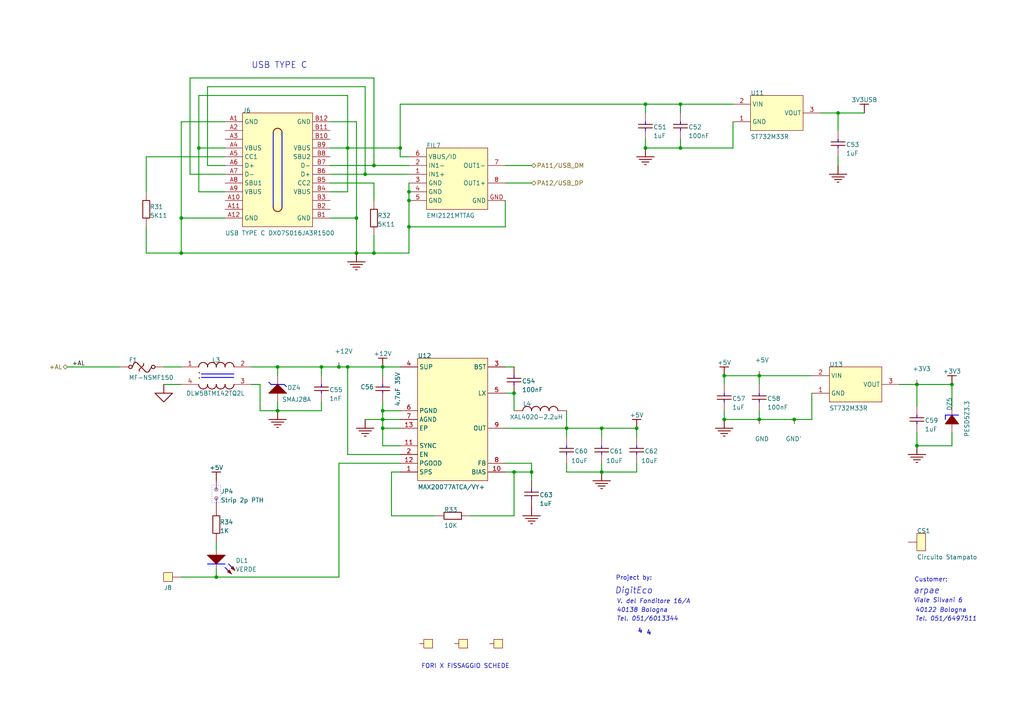
<source format=kicad_sch>
(kicad_sch (version 20230121) (generator eeschema)
  (paper "A4")
  (title_block (title "Stima V4 Master") (rev "1.1"))
  (lib_symbols
    (symbol "Stima V4 Master R1_1-altium-import:+12V" (power)
      (property "Reference" "#PWR" (at 0 0 0))
      (property "Value" "+12V" (at 0 3.81 0))
      (symbol "+12V_0_0"
        (polyline (pts (xy -1.27 -2.54) (xy 1.27 -2.54)) (stroke (width 0.254)))
        (polyline (pts (xy 0 0) (xy 0 -2.54)) (stroke (width 0.254)))
        (pin power_in line (at 0 0 0) (length 0) hide (name "+12V") (number ""))
      )
    )
    (symbol "Stima V4 Master R1_1-altium-import:+3V3" (power)
      (property "Reference" "#PWR" (at 0 0 0))
      (property "Value" "+3V3" (at 0 3.81 0))
      (symbol "+3V3_0_0"
        (polyline (pts (xy -1.27 -2.54) (xy 1.27 -2.54)) (stroke (width 0.254)))
        (polyline (pts (xy 0 0) (xy 0 -2.54)) (stroke (width 0.254)))
        (pin power_in line (at 0 0 0) (length 0) hide (name "+3V3") (number ""))
      )
    )
    (symbol "Stima V4 Master R1_1-altium-import:+5V" (power)
      (property "Reference" "#PWR" (at 0 0 0))
      (property "Value" "+5V" (at 0 3.81 0))
      (symbol "+5V_0_0"
        (polyline (pts (xy -1.27 -2.54) (xy 1.27 -2.54)) (stroke (width 0.254)))
        (polyline (pts (xy 0 0) (xy 0 -2.54)) (stroke (width 0.254)))
        (pin power_in line (at 0 0 0) (length 0) hide (name "+5V") (number ""))
      )
    )
    (symbol "Stima V4 Master R1_1-altium-import:3V3USB" (power)
      (property "Reference" "#PWR" (at 0 0 0))
      (property "Value" "3V3USB" (at 0 3.81 0))
      (symbol "3V3USB_0_0"
        (polyline (pts (xy -1.27 -2.54) (xy 1.27 -2.54)) (stroke (width 0.254)))
        (polyline (pts (xy 0 0) (xy 0 -2.54)) (stroke (width 0.254)))
        (pin power_in line (at 0 0 0) (length 0) hide (name "3V3USB") (number ""))
      )
    )
    (symbol "Stima V4 Master R1_1-altium-import:EGND" (power)
      (property "Reference" "#PWR" (at 0 0 0))
      (property "Value" "EGND" (at 0 6.35 0))
      (symbol "EGND_0_0"
        (polyline (pts (xy 0 0) (xy 0 -2.54)) (stroke (width 0.254)))
        (polyline (pts (xy -2.54 -2.54) (xy 2.54 -2.54) (xy 0 -5.08) (xy -2.54 -2.54)) (stroke (width 0.254)))
        (pin power_in line (at 0 0 0) (length 0) hide (name "EGND") (number ""))
      )
    )
    (symbol "Stima V4 Master R1_1-altium-import:GND" (power)
      (property "Reference" "#PWR" (at 0 0 0))
      (property "Value" "GND" (at 0 6.35 0))
      (symbol "GND_0_0"
        (polyline (pts (xy -2.54 -2.54) (xy 2.54 -2.54)) (stroke (width 0.254)))
        (polyline (pts (xy -1.778 -3.302) (xy 1.778 -3.302)) (stroke (width 0.254)))
        (polyline (pts (xy -1.016 -4.064) (xy 1.016 -4.064)) (stroke (width 0.254)))
        (polyline (pts (xy -0.254 -4.826) (xy 0.254 -4.826)) (stroke (width 0.254)))
        (polyline (pts (xy 0 0) (xy 0 -2.54)) (stroke (width 0.254)))
        (pin power_in line (at 0 0 0) (length 0) hide (name "GND") (number ""))
      )
    )
    (symbol "Stima V4 Master R1_1-altium-import:root_0_C0603"
      (symbol "root_0_C0603_1_0"
        (polyline (pts (xy -2.032 -0.762) (xy 2.032 -0.762)) (stroke (width 0.254)))
        (polyline (pts (xy 0 -2.54) (xy 0 -1.778)) (stroke (width 0.254) (color 0 0 255 1)))
        (polyline (pts (xy 0 0) (xy 0 -0.762)) (stroke (width 0.254) (color 0 0 255 1)))
        (polyline (pts (xy 2.032 -1.778) (xy -2.032 -1.778)) (stroke (width 0.254)))
        (pin passive line (at 0 2.54 270) (length 2.54) (name "1") (number "1"))
        (pin passive line (at 0 -5.08 90) (length 2.54) (name "2") (number "2"))
      )
    )
    (symbol "Stima V4 Master R1_1-altium-import:root_0_C0805"
      (symbol "root_0_C0805_1_0"
        (polyline (pts (xy -2.032 -0.762) (xy 2.032 -0.762)) (stroke (width 0.254)))
        (polyline (pts (xy 0 -2.54) (xy 0 -1.778)) (stroke (width 0.254) (color 0 0 255 1)))
        (polyline (pts (xy 0 0) (xy 0 -0.762)) (stroke (width 0.254) (color 0 0 255 1)))
        (polyline (pts (xy 2.032 -1.778) (xy -2.032 -1.778)) (stroke (width 0.254)))
        (pin passive line (at 0 2.54 270) (length 2.54) (name "1") (number "1"))
        (pin passive line (at 0 -5.08 90) (length 2.54) (name "2") (number "2"))
      )
    )
    (symbol "Stima V4 Master R1_1-altium-import:root_0_C1206"
      (symbol "root_0_C1206_1_0"
        (polyline (pts (xy -2.032 -0.762) (xy 2.032 -0.762)) (stroke (width 0.254)))
        (polyline (pts (xy 0 -2.54) (xy 0 -1.778)) (stroke (width 0.254) (color 0 0 255 1)))
        (polyline (pts (xy 0 0) (xy 0 -0.762)) (stroke (width 0.254) (color 0 0 255 1)))
        (polyline (pts (xy 2.032 -1.778) (xy -2.032 -1.778)) (stroke (width 0.254)))
        (pin passive line (at 0 2.54 270) (length 2.54) (name "1") (number "1"))
        (pin passive line (at 0 -5.08 90) (length 2.54) (name "2") (number "2"))
      )
    )
    (symbol "Stima V4 Master R1_1-altium-import:root_0_Coil  B82442  2220"
      (symbol "root_0_Coil  B82442  2220_1_0"
        (arc (start 1.27 -1.27) (mid 0.372 -1.642) (end 0 -2.54) (stroke (width 0.254)))
        (arc (start 2.54 -2.54) (mid 2.168 -1.642) (end 1.27 -1.27) (stroke (width 0.254)))
        (arc (start 3.81 -1.27) (mid 2.912 -1.642) (end 2.54 -2.54) (stroke (width 0.254)))
        (arc (start 5.08 -2.54) (mid 4.708 -1.642) (end 3.81 -1.27) (stroke (width 0.254)))
        (arc (start 6.35 -1.27) (mid 5.452 -1.642) (end 5.08 -2.54) (stroke (width 0.254)))
        (arc (start 7.62 -2.54) (mid 7.248 -1.642) (end 6.35 -1.27) (stroke (width 0.254)))
        (arc (start 8.89 -1.27) (mid 7.992 -1.642) (end 7.62 -2.54) (stroke (width 0.254)))
        (arc (start 10.16 -2.54) (mid 9.788 -1.642) (end 8.89 -1.27) (stroke (width 0.254)))
        (pin passive line (at -2.54 -2.54 0) (length 2.54) (name "1") (number "1"))
        (pin passive line (at 12.7 -2.54 180) (length 2.54) (name "2") (number "2"))
      )
    )
    (symbol "Stima V4 Master R1_1-altium-import:root_0_Dummy"
      (symbol "root_0_Dummy_1_0"
        (rectangle (start 2.54 0) (end 0 -5.08) (fill (type background)))
        (pin passive line (at -2.54 -2.54 0) (length 2.54) (name "0") (number "1"))
      )
    )
    (symbol "Stima V4 Master R1_1-altium-import:root_0_EMI2121"
      (symbol "root_0_EMI2121_1_0"
        (rectangle (start 17.78 0) (end 0 -17.78) (fill (type background)))
        (pin passive line (at -5.08 -7.62 0) (length 5.08) (name "IN1+") (number "1"))
        (pin passive line (at -5.08 -5.08 0) (length 5.08) (name "IN1-") (number "2"))
        (pin passive line (at -5.08 -10.16 0) (length 5.08) (name "GND") (number "3"))
        (pin passive line (at -5.08 -12.7 0) (length 5.08) (name "GND") (number "4"))
        (pin passive line (at -5.08 -15.24 0) (length 5.08) (name "GND") (number "5"))
        (pin passive line (at -5.08 -2.54 0) (length 5.08) (name "VBUS/ID") (number "6"))
        (pin passive line (at 22.86 -5.08 180) (length 5.08) (name "OUT1-") (number "7"))
        (pin passive line (at 22.86 -10.16 180) (length 5.08) (name "OUT1+") (number "8"))
        (pin passive line (at 22.86 -15.24 180) (length 5.08) (name "GND") (number "GND"))
      )
    )
    (symbol "Stima V4 Master R1_1-altium-import:root_0_FILTRO MURATA DLW5BT"
      (symbol "root_0_FILTRO MURATA DLW5BT_1_0"
        (polyline (pts (xy 5.842 -3.048) (xy 15.24 -3.048)) (stroke (width 0.254) (color 0 0 255 1)))
        (polyline (pts (xy 5.842 -2.032) (xy 15.24 -2.032)) (stroke (width 0.254) (color 0 0 255 1)))
        (arc (start 5.0421 -5.0955) (mid 6.3606 -6.3879) (end 7.658 -5.0743) (stroke (width 0.254)))
        (arc (start 7.5821 -5.0955) (mid 8.9006 -6.3879) (end 10.198 -5.0743) (stroke (width 0.254)))
        (arc (start 7.6579 0.0155) (mid 6.3394 1.3079) (end 5.042 -0.0057) (stroke (width 0.254)))
        (arc (start 10.1221 -5.0955) (mid 11.4406 -6.3879) (end 12.738 -5.0743) (stroke (width 0.254)))
        (arc (start 10.1979 0.0155) (mid 8.8794 1.3079) (end 7.582 -0.0057) (stroke (width 0.254)))
        (arc (start 12.6621 -5.0955) (mid 13.9806 -6.3879) (end 15.278 -5.0743) (stroke (width 0.254)))
        (arc (start 12.7379 0.0155) (mid 11.4194 1.3079) (end 10.122 -0.0057) (stroke (width 0.254)))
        (arc (start 15.2779 0.0155) (mid 13.9594 1.3079) (end 12.662 -0.0057) (stroke (width 0.254)))
        (text "." (at 5.588 -3.81 900) (effects (font (size 2.032 2.032)) (justify left bottom)))
        (text "." (at 5.588 -2.286 900) (effects (font (size 2.032 2.032)) (justify left bottom)))
        (pin passive line (at 0 0 0) (length 5.08) (name "1") (number "1"))
        (pin passive line (at 20.32 0 180) (length 5.08) (name "2") (number "2"))
        (pin passive line (at 20.32 -5.08 180) (length 5.08) (name "3") (number "3"))
        (pin passive line (at 0 -5.08 0) (length 5.08) (name "4") (number "4"))
      )
    )
    (symbol "Stima V4 Master R1_1-altium-import:root_0_Fuse Thermal"
      (symbol "root_0_Fuse Thermal_1_0"
        (polyline (pts (xy 1.016 -2.54) (xy 1.524 -1.524)) (stroke (width 0.254)))
        (polyline (pts (xy 3.048 -3.81) (xy 3.048 -3.302)) (stroke (width 0.254)))
        (polyline (pts (xy 3.048 -3.302) (xy 4.318 -2.032)) (stroke (width 0.254)))
        (polyline (pts (xy 4.318 -2.032) (xy 4.318 -1.524)) (stroke (width 0.254)))
        (polyline (pts (xy 4.826 -3.81) (xy 2.54 -1.524)) (stroke (width 0.254)))
        (polyline (pts (xy 5.842 -3.81) (xy 6.604 -2.54)) (stroke (width 0.254)))
        (circle (center 0.508 -2.54) (radius 0.508) (stroke (width 0.254)))
        (arc (start 2.7549 -1.791) (mid 2.1331 -1.2767) (end 1.398 -1.6093) (stroke (width 0.254)))
        (arc (start 4.7 -3.7247) (mid 5.3814 -4.0625) (end 6.0156 -3.6428) (stroke (width 0.254)))
        (circle (center 7.112 -2.54) (radius 0.508) (stroke (width 0.254)))
        (pin passive line (at -2.54 -2.54 0) (length 2.54) (name "1") (number "1"))
        (pin passive line (at 10.16 -2.54 180) (length 2.54) (name "2") (number "2"))
      )
    )
    (symbol "Stima V4 Master R1_1-altium-import:root_0_JUMP1"
      (symbol "root_0_JUMP1_1_0"
        (polyline (pts (xy 1.27 -3.81) (xy 1.27 -5.08)) (stroke (width 0) (color 0 0 255 1)))
        (polyline (pts (xy 1.27 -1.27) (xy 1.27 0)) (stroke (width 0) (color 0 0 255 1)))
        (polyline (pts (xy 2.54 0) (xy 0 0) (xy 0 -5.08) (xy 2.54 -5.08) (xy 2.54 0)) (stroke (width 0) (type dot) (color 0 0 255 1)))
        (circle (center 1.27 -3.81) (radius 0.508) (stroke (width 0.0001)) (fill (type color) (color 192 192 192 1)))
        (circle (center 1.27 -1.27) (radius 0.508) (stroke (width 0.0001)) (fill (type color) (color 192 192 192 1)))
        (pin passive line (at 1.27 1.27 270) (length 1.27) (name "") (number "1"))
        (pin passive line (at 1.27 -6.35 90) (length 1.27) (name "") (number "2"))
      )
    )
    (symbol "Stima V4 Master R1_1-altium-import:root_0_MAX20077"
      (symbol "root_0_MAX20077_1_0"
        (rectangle (start 20.32 0) (end 0 -35.56) (fill (type background)))
        (pin input line (at -5.08 -33.02 0) (length 5) (name "SPS") (number "1"))
        (pin passive line (at 25.4 -33.02 180) (length 5) (name "BIAS") (number "10"))
        (pin passive line (at -5.08 -25.4 0) (length 5) (name "SYNC") (number "11"))
        (pin output line (at -5.08 -30.48 0) (length 5) (name "PGOOD") (number "12"))
        (pin passive line (at -5.08 -20.32 0) (length 5) (name "EP") (number "13"))
        (pin input line (at -5.08 -27.94 0) (length 5) (name "EN") (number "2"))
        (pin passive line (at 25.4 -2.54 180) (length 5) (name "BST") (number "3"))
        (pin power_in line (at -5.08 -2.54 0) (length 5) (name "SUP") (number "4"))
        (pin passive line (at 25.4 -10.16 180) (length 5) (name "LX") (number "5"))
        (pin power_in line (at -5.08 -15.24 0) (length 5) (name "PGND") (number "6"))
        (pin power_in line (at -5.08 -17.78 0) (length 5) (name "AGND") (number "7"))
        (pin passive line (at 25.4 -30.48 180) (length 5) (name "FB") (number "8"))
        (pin passive line (at 25.4 -20.32 180) (length 5) (name "OUT") (number "9"))
      )
    )
    (symbol "Stima V4 Master R1_1-altium-import:root_0_ST732M"
      (symbol "root_0_ST732M_1_0"
        (rectangle (start 15.24 0) (end 0 -10.16) (fill (type background)))
        (pin power_in line (at -5.08 -7.62 0) (length 5.08) (name "GND") (number "1"))
        (pin passive line (at -5.08 -2.54 0) (length 5.08) (name "VIN") (number "2"))
        (pin passive line (at 20.32 -5.08 180) (length 5.08) (name "VOUT") (number "3"))
      )
    )
    (symbol "Stima V4 Master R1_1-altium-import:root_0_Transil SMD PESD5"
      (symbol "root_0_Transil SMD PESD5_1_0"
        (polyline (pts (xy -1.905 0) (xy -1.905 -1.27)) (stroke (width 0.254) (color 0 0 255 1)))
        (polyline (pts (xy 1.905 0) (xy -1.905 0)) (stroke (width 0.254) (color 0 0 255 1)))
        (polyline (pts (xy 1.905 -2.54) (xy 0 0) (xy -1.905 -2.54) (xy 1.905 -2.54)) (stroke (width 0.254)) (fill (type outline)))
        (pin passive line (at 0 2.54 270) (length 2.54) (name "K") (number "1"))
        (pin passive line (at 0 -5.08 90) (length 2.54) (name "A") (number "2"))
      )
    )
    (symbol "Stima V4 Master R1_1-altium-import:root_0_Transil SMD SMAJ"
      (symbol "root_0_Transil SMD SMAJ_1_0"
        (polyline (pts (xy -1.905 0) (xy -2.54 0.635)) (stroke (width 0.254) (color 0 0 255 1)))
        (polyline (pts (xy 1.905 0) (xy -1.905 0)) (stroke (width 0.254) (color 0 0 255 1)))
        (polyline (pts (xy 1.905 0) (xy 2.54 -0.635)) (stroke (width 0.254) (color 0 0 255 1)))
        (polyline (pts (xy 2.54 -2.54) (xy 0 0) (xy -2.54 -2.54) (xy 2.54 -2.54)) (stroke (width 0.254)) (fill (type outline)))
        (pin passive line (at 0 2.54 270) (length 2.54) (name "K") (number "1"))
        (pin passive line (at 0 -5.08 90) (length 2.54) (name "A") (number "2"))
      )
    )
    (symbol "Stima V4 Master R1_1-altium-import:root_0_USB-C 12P"
      (symbol "root_0_USB-C 12P_1_0"
        (polyline (pts (xy 8.89 -27.305) (xy 8.89 -5.715)) (stroke (width 0.254) (color 0 0 255 1)))
        (polyline (pts (xy 11.43 -5.715) (xy 11.43 -27.305)) (stroke (width 0.254) (color 0 0 255 1)))
        (arc (start 8.874 -27.3126) (mid 10.1474 -28.591) (end 11.4456 -27.3378) (stroke (width 0.254)))
        (arc (start 11.4285 -5.6785) (mid 10.1517 -4.446) (end 8.8912 -5.6951) (stroke (width 0.254)))
        (rectangle (start 20.32 0) (end 0 -33.02) (fill (type background)))
        (pin passive line (at -5.08 -2.54 0) (length 5.08) (name "GND") (number "A1"))
        (pin passive line (at -5.08 -25.4 0) (length 5.08) (name "A10") (number "A10"))
        (pin passive line (at -5.08 -27.94 0) (length 5.08) (name "A11") (number "A11"))
        (pin passive line (at -5.08 -30.48 0) (length 5.08) (name "GND") (number "A12"))
        (pin passive line (at -5.08 -5.08 0) (length 5.08) (name "A2") (number "A2"))
        (pin passive line (at -5.08 -7.62 0) (length 5.08) (name "A3") (number "A3"))
        (pin passive line (at -5.08 -10.16 0) (length 5.08) (name "VBUS") (number "A4"))
        (pin passive line (at -5.08 -12.7 0) (length 5.08) (name "CC1") (number "A5"))
        (pin passive line (at -5.08 -15.24 0) (length 5.08) (name "D+") (number "A6"))
        (pin passive line (at -5.08 -17.78 0) (length 5.08) (name "D-") (number "A7"))
        (pin passive line (at -5.08 -20.32 0) (length 5.08) (name "SBU1") (number "A8"))
        (pin passive line (at -5.08 -22.86 0) (length 5.08) (name "VBUS") (number "A9"))
        (pin passive line (at 25.4 -30.48 180) (length 5.08) (name "GND") (number "B1"))
        (pin passive line (at 25.4 -7.62 180) (length 5.08) (name "B10") (number "B10"))
        (pin passive line (at 25.4 -5.08 180) (length 5.08) (name "B11") (number "B11"))
        (pin passive line (at 25.4 -2.54 180) (length 5.08) (name "GND") (number "B12"))
        (pin passive line (at 25.4 -27.94 180) (length 5.08) (name "B2") (number "B2"))
        (pin passive line (at 25.4 -25.4 180) (length 5.08) (name "B3") (number "B3"))
        (pin passive line (at 25.4 -22.86 180) (length 5.08) (name "VBUS") (number "B4"))
        (pin passive line (at 25.4 -20.32 180) (length 5.08) (name "CC2") (number "B5"))
        (pin passive line (at 25.4 -17.78 180) (length 5.08) (name "D+") (number "B6"))
        (pin passive line (at 25.4 -15.24 180) (length 5.08) (name "D-") (number "B7"))
        (pin passive line (at 25.4 -12.7 180) (length 5.08) (name "SBU2") (number "B8"))
        (pin passive line (at 25.4 -10.16 180) (length 5.08) (name "VBUS") (number "B9"))
      )
    )
    (symbol "Stima V4 Master R1_1-altium-import:root_0_ViteDado"
      (symbol "root_0_ViteDado_1_0"
        (rectangle (start 2.54 0) (end 0 -2.54) (fill (type background)))
        (pin passive line (at -1.27 -1.27 0) (length 1.27) (name "A") (number "1"))
      )
    )
    (symbol "Stima V4 Master R1_1-altium-import:root_1_Res 0603"
      (symbol "root_1_Res 0603_1_0"
        (rectangle (start 3.556 5.08) (end 1.524 0) (stroke (width 0.254)))
        (pin passive line (at 2.54 -2.54 90) (length 2.54) (name "1") (number "1"))
        (pin passive line (at 2.54 7.62 270) (length 2.54) (name "2") (number "2"))
      )
    )
    (symbol "Stima V4 Master R1_1-altium-import:root_1_Res 0805"
      (symbol "root_1_Res 0805_1_0"
        (rectangle (start 3.556 5.08) (end 1.524 0) (stroke (width 0.254)))
        (pin passive line (at 2.54 -2.54 90) (length 2.54) (name "1") (number "1"))
        (pin passive line (at 2.54 7.62 270) (length 2.54) (name "2") (number "2"))
      )
    )
    (symbol "Stima V4 Master R1_1-altium-import:root_1_TestPoint"
      (symbol "root_1_TestPoint_1_0"
        (pin passive line (at 1.27 -1.27 90) (length 1.27) (name "") (number "1"))
      )
    )
    (symbol "Stima V4 Master R1_1-altium-import:root_2_C0805"
      (symbol "root_2_C0805_1_0"
        (polyline (pts (xy -2.032 1.778) (xy 2.032 1.778)) (stroke (width 0.254)))
        (polyline (pts (xy 0 0) (xy 0 0.762)) (stroke (width 0.254) (color 0 0 255 1)))
        (polyline (pts (xy 0 2.54) (xy 0 1.778)) (stroke (width 0.254) (color 0 0 255 1)))
        (polyline (pts (xy 2.032 0.762) (xy -2.032 0.762)) (stroke (width 0.254)))
        (pin passive line (at 0 -2.54 90) (length 2.54) (name "1") (number "1"))
        (pin passive line (at 0 5.08 270) (length 2.54) (name "2") (number "2"))
      )
    )
    (symbol "Stima V4 Master R1_1-altium-import:root_2_Res 0603"
      (symbol "root_2_Res 0603_1_0"
        (rectangle (start 0 3.556) (end -5.08 1.524) (stroke (width 0.254)))
        (pin passive line (at 2.54 2.54 180) (length 2.54) (name "1") (number "1"))
        (pin passive line (at -7.62 2.54 0) (length 2.54) (name "2") (number "2"))
      )
    )
    (symbol "Stima V4 Master R1_1-altium-import:root_2_VIAS1"
      (symbol "root_2_VIAS1_1_0"
        (rectangle (start 0 1.27) (end -2.54 -1.27) (fill (type background)))
        (pin passive line (at 2.54 0 180) (length 2.54) (name "1") (number "1"))
      )
    )
    (symbol "Stima V4 Master R1_1-altium-import:root_3_Led  SMD"
      (symbol "root_3_Led  SMD_1_0"
        (polyline (pts (xy 0 -3.556) (xy 1.778 -5.334)) (stroke (width 0.254) (color 0 0 255 1)))
        (polyline (pts (xy 0 -2.54) (xy -5.08 -2.54)) (stroke (width 0.254) (color 0 0 255 1)))
        (polyline (pts (xy 1.016 -2.54) (xy 2.794 -4.318)) (stroke (width 0.254) (color 0 0 255 1)))
        (polyline (pts (xy -5.08 0) (xy -2.54 -2.54) (xy 0 0) (xy -5.08 0)) (stroke (width 0.254)) (fill (type outline)))
        (polyline (pts (xy 1.778 -5.334) (xy 1.27 -4.318) (xy 0.762 -4.826) (xy 1.778 -5.334)) (stroke (width 0.254)) (fill (type outline)))
        (polyline (pts (xy 2.794 -4.318) (xy 2.286 -3.302) (xy 1.778 -3.81) (xy 2.794 -4.318)) (stroke (width 0.254)) (fill (type outline)))
        (pin passive line (at -2.54 -3.81 90) (length 1.27) (name "K") (number "1"))
        (pin passive line (at -2.54 1.27 270) (length 1.27) (name "A") (number "2"))
      )
    )
    (symbol "Stima V4 Master R1_1-altium-import:root_3_Res 0603"
      (symbol "root_3_Res 0603_1_0"
        (rectangle (start -1.524 0) (end -3.556 -5.08) (stroke (width 0.254)))
        (pin passive line (at -2.54 2.54 270) (length 2.54) (name "1") (number "1"))
        (pin passive line (at -2.54 -7.62 90) (length 2.54) (name "2") (number "2"))
      )
    )
    (symbol "Stima V4 Master R1_1-altium-import:root_3_TestPoint"
      (symbol "root_3_TestPoint_1_0"
        (pin passive line (at -1.27 1.27 270) (length 1.27) (name "") (number "1"))
      )
    )
  )
  (junction (at 184.658 124.206))
  (junction (at 57.658 42.926))
  (junction (at 118.618 58.166))
  (junction (at 110.998 106.426))
  (junction (at 116.078 42.926))
  (junction (at 62.738 167.386))
  (junction (at 164.338 124.206))
  (junction (at 149.098 136.906))
  (junction (at 100.838 106.426))
  (junction (at 80.518 119.126))
  (junction (at 265.938 111.506))
  (junction (at 210.058 108.966))
  (junction (at 265.938 129.286))
  (junction (at 210.058 121.666))
  (junction (at 100.838 42.926))
  (junction (at 174.498 124.206))
  (junction (at 52.578 73.406))
  (junction (at 149.098 114.046))
  (junction (at 174.498 136.906))
  (junction (at 103.378 63.246))
  (junction (at 197.358 42.926))
  (junction (at 187.198 30.226))
  (junction (at 187.198 42.926))
  (junction (at 108.458 48.006))
  (junction (at 93.218 106.426))
  (junction (at 243.078 32.766))
  (junction (at 110.998 119.126))
  (junction (at 230.378 121.666))
  (junction (at 108.458 73.406))
  (junction (at 80.518 106.426))
  (junction (at 110.998 124.206))
  (junction (at 197.358 30.226))
  (junction (at 118.618 65.786))
  (junction (at 110.998 121.666))
  (junction (at 220.218 121.666))
  (junction (at 105.918 50.546))
  (junction (at 220.218 108.966))
  (junction (at 98.298 106.426))
  (junction (at 154.178 136.906))
  (junction (at 276.098 111.506))
  (junction (at 118.618 55.626))
  (junction (at 52.578 63.246))
  (junction (at 103.378 73.406))
  (wire (pts (xy 42.418 65.786) (xy 42.418 73.406)) (stroke (width 0.254)))
  (wire (pts (xy 174.498 136.906) (xy 184.658 136.906)) (stroke (width 0.254)))
  (wire (pts (xy 103.378 73.406) (xy 108.458 73.406)) (stroke (width 0.254)))
  (wire (pts (xy 276.098 111.506) (xy 276.098 117.856)) (stroke (width 0.254)))
  (wire (pts (xy 72.898 111.506) (xy 75.438 111.506)) (stroke (width 0.254)))
  (wire (pts (xy 116.078 42.926) (xy 100.838 42.926)) (stroke (width 0.254)))
  (wire (pts (xy 57.658 55.626) (xy 65.278 55.626)) (stroke (width 0.254)))
  (wire (pts (xy 93.218 119.126) (xy 93.218 116.586)) (stroke (width 0.254)))
  (wire (pts (xy 187.198 42.926) (xy 187.198 40.386)) (stroke (width 0.254)))
  (wire (pts (xy 80.518 108.966) (xy 80.518 106.426)) (stroke (width 0.254)))
  (wire (pts (xy 174.498 126.746) (xy 174.498 124.206)) (stroke (width 0.254)))
  (wire (pts (xy 210.058 108.966) (xy 210.058 111.506)) (stroke (width 0.254)))
  (wire (pts (xy 118.618 55.626) (xy 118.618 53.086)) (stroke (width 0.254)))
  (wire (pts (xy 212.598 35.306) (xy 212.598 42.926)) (stroke (width 0.254)))
  (wire (pts (xy 184.658 126.746) (xy 184.658 124.206)) (stroke (width 0.254)))
  (wire (pts (xy 100.838 55.626) (xy 100.838 42.926)) (stroke (width 0.254)))
  (wire (pts (xy 174.498 124.206) (xy 184.658 124.206)) (stroke (width 0.254)))
  (wire (pts (xy 52.578 63.246) (xy 52.578 35.306)) (stroke (width 0.254)))
  (wire (pts (xy 146.558 114.046) (xy 149.098 114.046)) (stroke (width 0.254)))
  (wire (pts (xy 243.078 32.766) (xy 250.698 32.766)) (stroke (width 0.254)))
  (wire (pts (xy 62.738 164.846) (xy 62.738 167.386)) (stroke (width 0.254)))
  (wire (pts (xy 220.218 119.126) (xy 220.218 121.666)) (stroke (width 0.254)))
  (wire (pts (xy 65.278 63.246) (xy 52.578 63.246)) (stroke (width 0.254)))
  (wire (pts (xy 235.458 121.666) (xy 230.378 121.666)) (stroke (width 0.254)))
  (wire (pts (xy 212.598 42.926) (xy 197.358 42.926)) (stroke (width 0.254)))
  (wire (pts (xy 98.298 134.366) (xy 116.078 134.366)) (stroke (width 0.254)))
  (wire (pts (xy 105.918 50.546) (xy 105.918 25.146)) (stroke (width 0.254)))
  (wire (pts (xy 113.538 136.906) (xy 113.538 149.606)) (stroke (width 0.254)))
  (wire (pts (xy 62.738 159.766) (xy 62.738 157.226)) (stroke (width 0.254)))
  (wire (pts (xy 187.198 30.226) (xy 197.358 30.226)) (stroke (width 0.254)))
  (wire (pts (xy 110.998 124.206) (xy 110.998 121.666)) (stroke (width 0.254)))
  (wire (pts (xy 146.558 124.206) (xy 164.338 124.206)) (stroke (width 0.254)))
  (wire (pts (xy 149.098 149.606) (xy 149.098 136.906)) (stroke (width 0.254)))
  (wire (pts (xy 55.118 50.546) (xy 65.278 50.546)) (stroke (width 0.254)))
  (wire (pts (xy 276.098 129.286) (xy 265.938 129.286)) (stroke (width 0.254)))
  (wire (pts (xy 237.998 32.766) (xy 243.078 32.766)) (stroke (width 0.254)))
  (wire (pts (xy 19.558 106.426) (xy 34.798 106.426)) (stroke (width 0.254)))
  (wire (pts (xy 60.198 48.006) (xy 65.278 48.006)) (stroke (width 0.254)))
  (wire (pts (xy 164.338 136.906) (xy 174.498 136.906)) (stroke (width 0.254)))
  (wire (pts (xy 65.278 45.466) (xy 42.418 45.466)) (stroke (width 0.254)))
  (wire (pts (xy 80.518 119.126) (xy 93.218 119.126)) (stroke (width 0.254)))
  (wire (pts (xy 42.418 45.466) (xy 42.418 55.626)) (stroke (width 0.254)))
  (wire (pts (xy 118.618 58.166) (xy 118.618 55.626)) (stroke (width 0.254)))
  (wire (pts (xy 103.378 73.406) (xy 103.378 63.246)) (stroke (width 0.254)))
  (wire (pts (xy 243.078 48.006) (xy 243.078 45.466)) (stroke (width 0.254)))
  (wire (pts (xy 154.178 48.006) (xy 146.558 48.006)) (stroke (width 0.254)))
  (wire (pts (xy 149.098 114.046) (xy 149.098 119.126)) (stroke (width 0.254)))
  (wire (pts (xy 108.458 53.086) (xy 108.458 58.166)) (stroke (width 0.254)))
  (wire (pts (xy 136.398 149.606) (xy 149.098 149.606)) (stroke (width 0.254)))
  (wire (pts (xy 197.358 42.926) (xy 187.198 42.926)) (stroke (width 0.254)))
  (wire (pts (xy 103.378 63.246) (xy 103.378 35.306)) (stroke (width 0.254)))
  (wire (pts (xy 164.338 124.206) (xy 174.498 124.206)) (stroke (width 0.254)))
  (wire (pts (xy 98.298 106.426) (xy 100.838 106.426)) (stroke (width 0.254)))
  (wire (pts (xy 146.558 65.786) (xy 146.558 58.166)) (stroke (width 0.254)))
  (wire (pts (xy 93.218 108.966) (xy 93.218 106.426)) (stroke (width 0.254)))
  (wire (pts (xy 149.098 136.906) (xy 154.178 136.906)) (stroke (width 0.254)))
  (wire (pts (xy 113.538 149.606) (xy 126.238 149.606)) (stroke (width 0.254)))
  (wire (pts (xy 108.458 48.006) (xy 95.758 48.006)) (stroke (width 0.254)))
  (wire (pts (xy 100.838 131.826) (xy 100.838 106.426)) (stroke (width 0.254)))
  (wire (pts (xy 108.458 48.006) (xy 108.458 22.606)) (stroke (width 0.254)))
  (wire (pts (xy 164.338 124.206) (xy 164.338 119.126)) (stroke (width 0.254)))
  (wire (pts (xy 98.298 167.386) (xy 98.298 134.366)) (stroke (width 0.254)))
  (wire (pts (xy 75.438 111.506) (xy 75.438 119.126)) (stroke (width 0.254)))
  (wire (pts (xy 110.998 121.666) (xy 105.918 121.666)) (stroke (width 0.254)))
  (wire (pts (xy 80.518 119.126) (xy 80.518 116.586)) (stroke (width 0.254)))
  (wire (pts (xy 146.558 106.426) (xy 149.098 106.426)) (stroke (width 0.254)))
  (wire (pts (xy 110.998 119.126) (xy 116.078 119.126)) (stroke (width 0.254)))
  (wire (pts (xy 197.358 32.766) (xy 197.358 30.226)) (stroke (width 0.254)))
  (wire (pts (xy 105.918 50.546) (xy 95.758 50.546)) (stroke (width 0.254)))
  (wire (pts (xy 110.998 108.966) (xy 110.998 106.426)) (stroke (width 0.254)))
  (wire (pts (xy 47.498 106.426) (xy 52.578 106.426)) (stroke (width 0.254)))
  (wire (pts (xy 110.998 121.666) (xy 110.998 119.126)) (stroke (width 0.254)))
  (wire (pts (xy 47.498 111.506) (xy 52.578 111.506)) (stroke (width 0.254)))
  (wire (pts (xy 72.898 106.426) (xy 80.518 106.426)) (stroke (width 0.254)))
  (wire (pts (xy 57.658 27.686) (xy 57.658 42.926)) (stroke (width 0.254)))
  (wire (pts (xy 42.418 73.406) (xy 52.578 73.406)) (stroke (width 0.254)))
  (wire (pts (xy 95.758 42.926) (xy 100.838 42.926)) (stroke (width 0.254)))
  (wire (pts (xy 108.458 68.326) (xy 108.458 73.406)) (stroke (width 0.254)))
  (wire (pts (xy 52.578 35.306) (xy 65.278 35.306)) (stroke (width 0.254)))
  (wire (pts (xy 243.078 37.846) (xy 243.078 32.766)) (stroke (width 0.254)))
  (wire (pts (xy 220.218 121.666) (xy 210.058 121.666)) (stroke (width 0.254)))
  (wire (pts (xy 110.998 116.586) (xy 110.998 119.126)) (stroke (width 0.254)))
  (wire (pts (xy 174.498 136.906) (xy 174.498 134.366)) (stroke (width 0.254)))
  (wire (pts (xy 146.558 136.906) (xy 149.098 136.906)) (stroke (width 0.254)))
  (wire (pts (xy 118.618 65.786) (xy 118.618 58.166)) (stroke (width 0.254)))
  (wire (pts (xy 197.358 30.226) (xy 212.598 30.226)) (stroke (width 0.254)))
  (wire (pts (xy 52.578 73.406) (xy 52.578 63.246)) (stroke (width 0.254)))
  (wire (pts (xy 164.338 126.746) (xy 164.338 124.206)) (stroke (width 0.254)))
  (wire (pts (xy 103.378 35.306) (xy 95.758 35.306)) (stroke (width 0.254)))
  (wire (pts (xy 116.078 30.226) (xy 187.198 30.226)) (stroke (width 0.254)))
  (wire (pts (xy 57.658 42.926) (xy 65.278 42.926)) (stroke (width 0.254)))
  (wire (pts (xy 105.918 25.146) (xy 60.198 25.146)) (stroke (width 0.254)))
  (wire (pts (xy 210.058 121.666) (xy 210.058 119.126)) (stroke (width 0.254)))
  (wire (pts (xy 116.078 42.926) (xy 116.078 30.226)) (stroke (width 0.254)))
  (wire (pts (xy 265.938 117.856) (xy 265.938 111.506)) (stroke (width 0.254)))
  (wire (pts (xy 118.618 65.786) (xy 146.558 65.786)) (stroke (width 0.254)))
  (wire (pts (xy 116.078 129.286) (xy 110.998 129.286)) (stroke (width 0.254)))
  (wire (pts (xy 265.938 111.506) (xy 276.098 111.506)) (stroke (width 0.254)))
  (wire (pts (xy 100.838 106.426) (xy 110.998 106.426)) (stroke (width 0.254)))
  (wire (pts (xy 108.458 22.606) (xy 55.118 22.606)) (stroke (width 0.254)))
  (wire (pts (xy 75.438 119.126) (xy 80.518 119.126)) (stroke (width 0.254)))
  (wire (pts (xy 57.658 42.926) (xy 57.658 55.626)) (stroke (width 0.254)))
  (wire (pts (xy 118.618 73.406) (xy 118.618 65.786)) (stroke (width 0.254)))
  (wire (pts (xy 110.998 106.426) (xy 116.078 106.426)) (stroke (width 0.254)))
  (wire (pts (xy 108.458 73.406) (xy 118.618 73.406)) (stroke (width 0.254)))
  (wire (pts (xy 260.858 111.506) (xy 265.938 111.506)) (stroke (width 0.254)))
  (wire (pts (xy 116.078 121.666) (xy 110.998 121.666)) (stroke (width 0.254)))
  (wire (pts (xy 80.518 106.426) (xy 93.218 106.426)) (stroke (width 0.254)))
  (wire (pts (xy 110.998 129.286) (xy 110.998 124.206)) (stroke (width 0.254)))
  (wire (pts (xy 184.658 136.906) (xy 184.658 134.366)) (stroke (width 0.254)))
  (wire (pts (xy 118.618 50.546) (xy 105.918 50.546)) (stroke (width 0.254)))
  (wire (pts (xy 55.118 22.606) (xy 55.118 50.546)) (stroke (width 0.254)))
  (wire (pts (xy 230.378 121.666) (xy 220.218 121.666)) (stroke (width 0.254)))
  (wire (pts (xy 95.758 55.626) (xy 100.838 55.626)) (stroke (width 0.254)))
  (wire (pts (xy 95.758 63.246) (xy 103.378 63.246)) (stroke (width 0.254)))
  (wire (pts (xy 116.078 45.466) (xy 116.078 42.926)) (stroke (width 0.254)))
  (wire (pts (xy 60.198 25.146) (xy 60.198 48.006)) (stroke (width 0.254)))
  (wire (pts (xy 154.178 134.366) (xy 146.558 134.366)) (stroke (width 0.254)))
  (wire (pts (xy 118.618 48.006) (xy 108.458 48.006)) (stroke (width 0.254)))
  (wire (pts (xy 220.218 108.966) (xy 210.058 108.966)) (stroke (width 0.254)))
  (wire (pts (xy 265.938 129.286) (xy 265.938 125.476)) (stroke (width 0.254)))
  (wire (pts (xy 93.218 106.426) (xy 98.298 106.426)) (stroke (width 0.254)))
  (wire (pts (xy 116.078 136.906) (xy 113.538 136.906)) (stroke (width 0.254)))
  (wire (pts (xy 62.738 167.386) (xy 98.298 167.386)) (stroke (width 0.254)))
  (wire (pts (xy 118.618 45.466) (xy 116.078 45.466)) (stroke (width 0.254)))
  (wire (pts (xy 164.338 134.366) (xy 164.338 136.906)) (stroke (width 0.254)))
  (wire (pts (xy 187.198 30.226) (xy 187.198 32.766)) (stroke (width 0.254)))
  (wire (pts (xy 116.078 131.826) (xy 100.838 131.826)) (stroke (width 0.254)))
  (wire (pts (xy 235.458 108.966) (xy 220.218 108.966)) (stroke (width 0.254)))
  (wire (pts (xy 100.838 42.926) (xy 100.838 27.686)) (stroke (width 0.254)))
  (wire (pts (xy 154.178 136.906) (xy 154.178 134.366)) (stroke (width 0.254)))
  (wire (pts (xy 95.758 53.086) (xy 108.458 53.086)) (stroke (width 0.254)))
  (wire (pts (xy 154.178 53.086) (xy 146.558 53.086)) (stroke (width 0.254)))
  (wire (pts (xy 276.098 125.476) (xy 276.098 129.286)) (stroke (width 0.254)))
  (wire (pts (xy 116.078 124.206) (xy 110.998 124.206)) (stroke (width 0.254)))
  (wire (pts (xy 52.578 167.386) (xy 62.738 167.386)) (stroke (width 0.254)))
  (wire (pts (xy 52.578 73.406) (xy 103.378 73.406)) (stroke (width 0.254)))
  (wire (pts (xy 235.458 114.046) (xy 235.458 121.666)) (stroke (width 0.254)))
  (wire (pts (xy 100.838 27.686) (xy 57.658 27.686)) (stroke (width 0.254)))
  (wire (pts (xy 154.178 139.446) (xy 154.178 136.906)) (stroke (width 0.254)))
  (wire (pts (xy 220.218 111.506) (xy 220.218 108.966)) (stroke (width 0.254)))
  (wire (pts (xy 197.358 40.386) (xy 197.358 42.926)) (stroke (width 0.254)))
  (text "Project by:" (at 178.562 168.4528 0) (effects (font (size 1.27 1.27)) (justify left bottom)))
  (text "Viale Silvani 6" (at 264.922 175.006 0) (effects (font (size 1.27 1.27) italic) (justify left bottom)))
  (text "40138 Bologna" (at 178.816 177.8 0) (effects (font (size 1.27 1.27) italic) (justify left bottom)))
  (text "Tel. 051/6497511" (at 265.43 180.34 0) (effects (font (size 1.27 1.27) italic) (justify left bottom)))
  (text "Tel. 051/6013344" (at 178.816 180.34 0) (effects (font (size 1.27 1.27) italic) (justify left bottom)))
  (text "4" (at 187.452 184.404 0) (effects (font (size 1.27 1.27) bold) (justify left bottom)))
  (text "4" (at 184.912 183.896 0) (effects (font (size 1.27 1.27) bold) (justify left bottom)))
  (text "FORI X FISSAGGIO SCHEDE" (at 122.174 194.056 0) (effects (font (size 1.27 1.27)) (justify left bottom)))
  (text "Customer:" (at 265.176 168.9608 0) (effects (font (size 1.27 1.27)) (justify left bottom)))
  (text "arpae" (at 264.922 172.466 0) (effects (font (size 1.778 1.778) italic) (justify left bottom)))
  (text "DigitEco" (at 178.308 172.466 0) (effects (font (size 1.778 1.778) italic) (justify left bottom)))
  (text "40122 Bologna" (at 265.43 177.8 0) (effects (font (size 1.27 1.27) italic) (justify left bottom)))
  (text "USB TYPE C" (at 72.898 20.066 0) (effects (font (size 1.778 1.778)) (justify left bottom)))
  (text "V. del Fonditore 16/A" (at 178.816 175.26 0) (effects (font (size 1.27 1.27) italic) (justify left bottom)))
  (label "+AL" (at 20.828 106.426 180))
  (hierarchical_label "PA12/USB_DP" (shape bidirectional) (at 154.178 53.086 0))
  (hierarchical_label "PA11/USB_DM" (shape bidirectional) (at 154.178 48.006 0))
  (hierarchical_label "+AL" (shape bidirectional) (at 19.558 106.426 180))
  (symbol (lib_id "Stima V4 Master R1_1-altium-import:root_0_C0603") (at 210.058 114.046 0) (unit 1)
    (property "Reference" "C57" (at 212.344 116.332 0) (effects (justify left bottom)))
    (property "Value" "1uF" (at 212.344 118.872 0) (effects (justify left bottom)))
    (property "Footprint" "0603" (effects hide))
    (property "PACKAGE REFERENCE" "0603" (effects hide))
    (property "TYPE" "Multistrato X5R/X7R" (effects hide))
    (property "ALTIUM_VALUE" "1uF" (effects hide))
    (property "VOLTAGE" "20V" (effects hide))
  )
  (symbol (lib_id "Stima V4 Master R1_1-altium-import:+12V") (at 110.998 106.426 180) (unit 1)
    (property "Reference" "#PWR?" (effects hide))
    (property "Value" "+12V" (at 110.998 102.616 0))
  )
  (symbol (lib_id "Stima V4 Master R1_1-altium-import:root_1_TestPoint") (at 218.948 107.696 0) (unit 1)
    (property "Reference" "+5V" (at 218.948 105.156 0) (effects (justify left bottom)))
    (property "Value" "TestPoint" (effects hide))
    (property "Footprint" "TP" (effects hide))
  )
  (symbol (lib_id "Stima V4 Master R1_1-altium-import:GND") (at 105.918 121.666 0) (unit 1)
    (property "Reference" "#PWR?" (effects hide))
    (property "Value" "GND" (effects hide))
  )
  (symbol (lib_id "Stima V4 Master R1_1-altium-import:root_0_JUMP1") (at 61.468 140.716 0) (unit 1)
    (property "Reference" "JP4" (at 64.008 143.256 0) (effects (justify left bottom)))
    (property "Value" "Strip 2p PTH" (at 64.008 145.796 0) (effects (justify left bottom)))
    (property "Footprint" "STRIP2P" (effects hide))
    (property "PACKAGE REFERENCE" "PTH" (effects hide))
  )
  (symbol (lib_id "Stima V4 Master R1_1-altium-import:root_0_C0805") (at 154.178 141.986 0) (unit 1)
    (property "Reference" "C63" (at 156.464 144.272 0) (effects (justify left bottom)))
    (property "Value" "1uF" (at 156.464 146.812 0) (effects (justify left bottom)))
    (property "Footprint" "0805" (effects hide))
    (property "PACKAGE REFERENCE" "0805" (effects hide))
    (property "TYPE" "Multistrato X5R/X7R" (effects hide))
    (property "ALTIUM_VALUE" "1uF" (effects hide))
    (property "VOLTAGE" "20V" (effects hide))
  )
  (symbol (lib_id "Stima V4 Master R1_1-altium-import:root_0_ViteDado") (at 122.936 185.42 0) (unit 1)
    (property "Reference" "A1" (effects hide))
    (property "Value" "ViteDado" (effects hide))
    (property "Footprint" "ViteDado4" (effects hide))
  )
  (symbol (lib_id "Stima V4 Master R1_1-altium-import:root_2_VIAS1") (at 50.038 167.386 0) (unit 1)
    (property "Reference" "J8" (at 47.498 171.196 0) (effects (justify left bottom)))
    (property "Value" "VIAS1" (effects hide))
    (property "Footprint" "VIAS0_8" (effects hide))
  )
  (symbol (lib_id "Stima V4 Master R1_1-altium-import:GND") (at 243.078 48.006 0) (unit 1)
    (property "Reference" "#PWR?" (effects hide))
    (property "Value" "GND" (effects hide))
  )
  (symbol (lib_id "Stima V4 Master R1_1-altium-import:root_0_C0603") (at 187.198 35.306 0) (unit 1)
    (property "Reference" "C51" (at 189.484 37.592 0) (effects (justify left bottom)))
    (property "Value" "1uF" (at 189.484 40.132 0) (effects (justify left bottom)))
    (property "Footprint" "0603" (effects hide))
    (property "PACKAGE REFERENCE" "0603" (effects hide))
    (property "TYPE" "Multistrato X5R/X7R" (effects hide))
    (property "ALTIUM_VALUE" "1uF" (effects hide))
    (property "VOLTAGE" "20V" (effects hide))
  )
  (symbol (lib_id "Stima V4 Master R1_1-altium-import:+5V") (at 184.658 124.206 180) (unit 1)
    (property "Reference" "#PWR?" (effects hide))
    (property "Value" "+5V" (at 184.658 120.396 0))
  )
  (symbol (lib_id "Stima V4 Master R1_1-altium-import:root_0_ST732M") (at 240.538 106.426 0) (unit 1)
    (property "Reference" "U13" (at 240.538 106.426 0) (effects (justify left bottom)))
    (property "Value" "ST732M33R" (at 240.538 119.126 0) (effects (justify left bottom)))
    (property "Footprint" "SOT23_5" (effects hide))
    (property "PACKAGE REFERENCE" "SOT23-5" (effects hide))
  )
  (symbol (lib_id "Stima V4 Master R1_1-altium-import:root_0_C0603") (at 265.938 120.396 0) (unit 1)
    (property "Reference" "C59" (at 268.224 122.682 0) (effects (justify left bottom)))
    (property "Value" "1uF" (at 268.224 125.222 0) (effects (justify left bottom)))
    (property "Footprint" "0603" (effects hide))
    (property "PACKAGE REFERENCE" "0603" (effects hide))
    (property "TYPE" "Multistrato X5R/X7R" (effects hide))
    (property "ALTIUM_VALUE" "1uF" (effects hide))
    (property "VOLTAGE" "20V" (effects hide))
  )
  (symbol (lib_id "Stima V4 Master R1_1-altium-import:root_0_Dummy") (at 265.938 154.686 0) (unit 1)
    (property "Reference" "CS1" (at 265.938 154.686 0) (effects (justify left bottom)))
    (property "Value" "Circuito Stampato" (at 265.938 162.306 0) (effects (justify left bottom)))
    (property "Footprint" "CS" (effects hide))
  )
  (symbol (lib_id "Stima V4 Master R1_1-altium-import:root_0_Transil SMD SMAJ") (at 80.518 111.506 0) (unit 1)
    (property "Reference" "DZ4" (at 83.312 113.157 0) (effects (justify left bottom)))
    (property "Value" "SMAJ28A" (at 81.788 116.586 0) (effects (justify left bottom)))
    (property "Footprint" "SMA" (effects hide))
    (property "PACKAGE REFERENCE" "DO-214AC" (effects hide))
    (property "ALTIUM_VALUE" "SMAJ" (effects hide))
  )
  (symbol (lib_id "Stima V4 Master R1_1-altium-import:root_1_Res 0805") (at 60.198 154.686 0) (unit 1)
    (property "Reference" "R34" (at 63.754 152.146 0) (effects (justify left bottom)))
    (property "Value" "1K" (at 63.754 154.686 0) (effects (justify left bottom)))
    (property "Footprint" "0603" (effects hide))
    (property "ALTIUM_VALUE" "1K" (effects hide))
    (property "PRECISION" "1%" (effects hide))
    (property "PACKAGE REFERENCE" "0603" (effects hide))
    (property "POWER" "1/8W" (effects hide))
  )
  (symbol (lib_id "Stima V4 Master R1_1-altium-import:root_0_C0805") (at 149.098 108.966 0) (unit 1)
    (property "Reference" "C54" (at 151.384 111.252 0) (effects (justify left bottom)))
    (property "Value" "100nF" (at 151.384 113.792 0) (effects (justify left bottom)))
    (property "Footprint" "0805" (effects hide))
    (property "PACKAGE REFERENCE" "0805" (effects hide))
    (property "TYPE" "Multistrato X5R/X7R" (effects hide))
    (property "ALTIUM_VALUE" "100nF" (effects hide))
    (property "VOLTAGE" "50V" (effects hide))
  )
  (symbol (lib_id "Stima V4 Master R1_1-altium-import:root_0_Transil SMD PESD5") (at 276.098 120.396 0) (unit 1)
    (property "Reference" "DZ5" (at 276.098 119.126 90) (effects (justify left bottom)))
    (property "Value" "PESD5Z3.3" (at 281.178 126.746 90) (effects (justify left bottom)))
    (property "Footprint" "SOD 523(SC-79)" (effects hide))
    (property "PACKAGE REFERENCE" "SOD523" (effects hide))
  )
  (symbol (lib_id "Stima V4 Master R1_1-altium-import:root_0_ST732M") (at 217.678 27.686 0) (unit 1)
    (property "Reference" "U11" (at 217.678 27.686 0) (effects (justify left bottom)))
    (property "Value" "ST732M33R" (at 217.678 40.386 0) (effects (justify left bottom)))
    (property "Footprint" "SOT23_5" (effects hide))
    (property "PACKAGE REFERENCE" "SOT23-5" (effects hide))
  )
  (symbol (lib_id "Stima V4 Master R1_1-altium-import:GND") (at 80.518 119.126 0) (unit 1)
    (property "Reference" "#PWR?" (effects hide))
    (property "Value" "GND" (effects hide))
  )
  (symbol (lib_id "Stima V4 Master R1_1-altium-import:root_0_ViteDado") (at 143.256 185.42 0) (unit 1)
    (property "Reference" "A3" (effects hide))
    (property "Value" "ViteDado" (effects hide))
    (property "Footprint" "ViteDado3" (effects hide))
  )
  (symbol (lib_id "Stima V4 Master R1_1-altium-import:root_1_TestPoint") (at 97.028 105.156 0) (unit 1)
    (property "Reference" "+12V" (at 97.028 102.616 0) (effects (justify left bottom)))
    (property "Value" "TestPoint" (effects hide))
    (property "Footprint" "TP" (effects hide))
  )
  (symbol (lib_id "Stima V4 Master R1_1-altium-import:root_2_C0805") (at 164.338 131.826 0) (unit 1)
    (property "Reference" "C60" (at 166.624 131.572 0) (effects (justify left bottom)))
    (property "Value" "10uF" (at 165.608 134.366 0) (effects (justify left bottom)))
    (property "Footprint" "0603" (effects hide))
    (property "PACKAGE REFERENCE" "0603" (effects hide))
    (property "TYPE" "Multistrato X5R/X7R" (effects hide))
    (property "ALTIUM_VALUE" "10uF" (effects hide))
    (property "VOLTAGE" "20V" (effects hide))
  )
  (symbol (lib_id "Stima V4 Master R1_1-altium-import:GND") (at 187.198 42.926 0) (unit 1)
    (property "Reference" "#PWR?" (effects hide))
    (property "Value" "GND" (effects hide))
  )
  (symbol (lib_id "Stima V4 Master R1_1-altium-import:+5V") (at 62.738 139.446 180) (unit 1)
    (property "Reference" "#PWR?" (effects hide))
    (property "Value" "+5V" (at 62.738 135.636 0))
  )
  (symbol (lib_id "Stima V4 Master R1_1-altium-import:root_3_Led  SMD") (at 65.278 161.036 0) (unit 1)
    (property "Reference" "DL1" (at 68.326 163.322 0) (effects (justify left bottom)))
    (property "Value" "VERDE" (at 68.326 165.862 0) (effects (justify left bottom)))
    (property "Footprint" "0805-led" (effects hide))
    (property "PACKAGE REFERENCE" "Smd 0805" (effects hide))
  )
  (symbol (lib_id "Stima V4 Master R1_1-altium-import:root_0_C0603") (at 197.358 35.306 0) (unit 1)
    (property "Reference" "C52" (at 199.644 37.592 0) (effects (justify left bottom)))
    (property "Value" "100nF" (at 199.644 40.132 0) (effects (justify left bottom)))
    (property "Footprint" "0603" (effects hide))
    (property "PACKAGE REFERENCE" "0603" (effects hide))
    (property "TYPE" "Multistrato X5R/X7R" (effects hide))
    (property "ALTIUM_VALUE" "100nF" (effects hide))
    (property "VOLTAGE" "50V" (effects hide))
  )
  (symbol (lib_id "Stima V4 Master R1_1-altium-import:root_2_Res 0603") (at 133.858 152.146 0) (unit 1)
    (property "Reference" "R33" (at 128.778 148.59 0) (effects (justify left bottom)))
    (property "Value" "10K" (at 128.778 153.162 0) (effects (justify left bottom)))
    (property "Footprint" "0603" (effects hide))
    (property "ALTIUM_VALUE" "10K" (effects hide))
    (property "PRECISION" "1%" (effects hide))
    (property "PACKAGE REFERENCE" "0603" (effects hide))
    (property "POWER" "1/10W" (effects hide))
  )
  (symbol (lib_id "Stima V4 Master R1_1-altium-import:root_0_MAX20077") (at 121.158 103.886 0) (unit 1)
    (property "Reference" "U12" (at 121.158 103.886 0) (effects (justify left bottom)))
    (property "Value" "MAX20077ATCA/VY+" (at 121.158 141.986 0) (effects (justify left bottom)))
    (property "Footprint" "TDFN 12L MIO" (effects hide))
    (property "PACKAGE REFERENCE" "TDFN12L" (effects hide))
  )
  (symbol (lib_id "Stima V4 Master R1_1-altium-import:root_2_C0805") (at 184.658 131.826 0) (unit 1)
    (property "Reference" "C62" (at 186.944 131.572 0) (effects (justify left bottom)))
    (property "Value" "10uF" (at 185.928 134.366 0) (effects (justify left bottom)))
    (property "Footprint" "0603" (effects hide))
    (property "PACKAGE REFERENCE" "0603" (effects hide))
    (property "TYPE" "Multistrato X5R/X7R" (effects hide))
    (property "ALTIUM_VALUE" "10uF" (effects hide))
    (property "VOLTAGE" "20V" (effects hide))
  )
  (symbol (lib_id "Stima V4 Master R1_1-altium-import:+3V3") (at 276.098 111.506 180) (unit 1)
    (property "Reference" "#PWR?" (effects hide))
    (property "Value" "+3V3" (at 276.098 107.696 0))
  )
  (symbol (lib_id "Stima V4 Master R1_1-altium-import:root_0_Coil  B82442  2220") (at 151.638 116.586 0) (unit 1)
    (property "Reference" "L4" (at 151.638 117.856 0) (effects (justify left bottom)))
    (property "Value" "XAL4020-2.2uH" (at 147.828 121.666 0) (effects (justify left bottom)))
    (property "Footprint" "COIL COILCRAFT XAL4020-MIO" (effects hide))
  )
  (symbol (lib_id "Stima V4 Master R1_1-altium-import:EGND") (at 47.498 111.506 0) (unit 1)
    (property "Reference" "#PWR?" (effects hide))
    (property "Value" "EGND" (effects hide))
  )
  (symbol (lib_id "Stima V4 Master R1_1-altium-import:root_1_TestPoint") (at 264.668 110.236 0) (unit 1)
    (property "Reference" "+3V3" (at 264.668 107.696 0) (effects (justify left bottom)))
    (property "Value" "TestPoint" (effects hide))
    (property "Footprint" "TP" (effects hide))
  )
  (symbol (lib_id "Stima V4 Master R1_1-altium-import:root_1_Res 0603") (at 39.878 63.246 0) (unit 1)
    (property "Reference" "R31" (at 43.434 60.706 0) (effects (justify left bottom)))
    (property "Value" "5K11" (at 43.434 63.246 0) (effects (justify left bottom)))
    (property "Footprint" "0603" (effects hide))
    (property "ALTIUM_VALUE" "5K11" (effects hide))
    (property "PRECISION" "1%" (effects hide))
    (property "PACKAGE REFERENCE" "0603" (effects hide))
    (property "POWER" "1/10W" (effects hide))
  )
  (symbol (lib_id "Stima V4 Master R1_1-altium-import:root_0_ViteDado") (at 133.096 185.42 0) (unit 1)
    (property "Reference" "A2" (effects hide))
    (property "Value" "ViteDado" (effects hide))
    (property "Footprint" "ViteDado3" (effects hide))
  )
  (symbol (lib_id "Stima V4 Master R1_1-altium-import:GND") (at 174.498 136.906 0) (unit 1)
    (property "Reference" "#PWR?" (effects hide))
    (property "Value" "GND" (effects hide))
  )
  (symbol (lib_id "Stima V4 Master R1_1-altium-import:root_0_C0603") (at 220.218 114.046 0) (unit 1)
    (property "Reference" "C58" (at 222.504 116.332 0) (effects (justify left bottom)))
    (property "Value" "100nF" (at 222.504 118.872 0) (effects (justify left bottom)))
    (property "Footprint" "0603" (effects hide))
    (property "PACKAGE REFERENCE" "0603" (effects hide))
    (property "TYPE" "Multistrato X5R/X7R" (effects hide))
    (property "ALTIUM_VALUE" "100nF" (effects hide))
    (property "VOLTAGE" "50V" (effects hide))
  )
  (symbol (lib_id "Stima V4 Master R1_1-altium-import:root_0_USB-C 12P") (at 70.358 32.766 0) (unit 1)
    (property "Reference" "J6" (at 70.358 32.766 0) (effects (justify left bottom)))
    (property "Value" "USB TYPE C DX07S016JA3R1500" (at 65.278 68.326 0) (effects (justify left bottom)))
    (property "Footprint" "USB TYPE C 16PIN MIO" (effects hide))
    (property "CODE" "JAE DX07S016JA3R1500" (effects hide))
  )
  (symbol (lib_id "Stima V4 Master R1_1-altium-import:root_3_Res 0603") (at 110.998 60.706 0) (unit 1)
    (property "Reference" "R32" (at 109.474 63.246 0) (effects (justify left bottom)))
    (property "Value" "5K11" (at 109.474 65.786 0) (effects (justify left bottom)))
    (property "Footprint" "0603" (effects hide))
    (property "ALTIUM_VALUE" "5K11" (effects hide))
    (property "PRECISION" "1%" (effects hide))
    (property "PACKAGE REFERENCE" "0603" (effects hide))
    (property "POWER" "1/10W" (effects hide))
  )
  (symbol (lib_id "Stima V4 Master R1_1-altium-import:GND") (at 154.178 147.066 0) (unit 1)
    (property "Reference" "#PWR?" (effects hide))
    (property "Value" "GND" (effects hide))
  )
  (symbol (lib_id "Stima V4 Master R1_1-altium-import:root_2_C0805") (at 174.498 131.826 0) (unit 1)
    (property "Reference" "C61" (at 176.784 131.572 0) (effects (justify left bottom)))
    (property "Value" "10uF" (at 175.768 134.366 0) (effects (justify left bottom)))
    (property "Footprint" "0603" (effects hide))
    (property "PACKAGE REFERENCE" "0603" (effects hide))
    (property "TYPE" "Multistrato X5R/X7R" (effects hide))
    (property "ALTIUM_VALUE" "10uF" (effects hide))
    (property "VOLTAGE" "20V" (effects hide))
  )
  (symbol (lib_id "Stima V4 Master R1_1-altium-import:root_3_TestPoint") (at 231.648 122.936 0) (unit 1)
    (property "Reference" "GND'" (at 227.838 128.016 0) (effects (justify left bottom)))
    (property "Value" "TestPoint" (effects hide))
    (property "Footprint" "TP" (effects hide))
  )
  (symbol (lib_id "Stima V4 Master R1_1-altium-import:root_3_TestPoint") (at 221.488 122.936 0) (unit 1)
    (property "Reference" "GND" (at 218.948 128.016 0) (effects (justify left bottom)))
    (property "Value" "TestPoint" (effects hide))
    (property "Footprint" "TP" (effects hide))
  )
  (symbol (lib_id "Stima V4 Master R1_1-altium-import:root_0_EMI2121") (at 123.698 42.926 0) (unit 1)
    (property "Reference" "FIL7" (at 123.698 42.926 0) (effects (justify left bottom)))
    (property "Value" "EMI2121MTTAG" (at 123.698 63.246 0) (effects (justify left bottom)))
    (property "Footprint" "WDFN8 - MIO" (effects hide))
    (property "PACKAGE REFERENCE" "WDFN8" (effects hide))
  )
  (symbol (lib_id "Stima V4 Master R1_1-altium-import:GND") (at 210.058 121.666 0) (unit 1)
    (property "Reference" "#PWR?" (effects hide))
    (property "Value" "GND" (effects hide))
  )
  (symbol (lib_id "Stima V4 Master R1_1-altium-import:GND") (at 265.938 129.286 0) (unit 1)
    (property "Reference" "#PWR?" (effects hide))
    (property "Value" "GND" (effects hide))
  )
  (symbol (lib_id "Stima V4 Master R1_1-altium-import:root_0_C0603") (at 243.078 40.386 0) (unit 1)
    (property "Reference" "C53" (at 245.364 42.672 0) (effects (justify left bottom)))
    (property "Value" "1uF" (at 245.364 45.212 0) (effects (justify left bottom)))
    (property "Footprint" "0603" (effects hide))
    (property "PACKAGE REFERENCE" "0603" (effects hide))
    (property "TYPE" "Multistrato X5R/X7R" (effects hide))
    (property "ALTIUM_VALUE" "1uF" (effects hide))
    (property "VOLTAGE" "20V" (effects hide))
  )
  (symbol (lib_id "Stima V4 Master R1_1-altium-import:root_0_C0603") (at 93.218 111.506 0) (unit 1)
    (property "Reference" "C55" (at 95.504 113.792 0) (effects (justify left bottom)))
    (property "Value" "1nF" (at 95.504 116.332 0) (effects (justify left bottom)))
    (property "Footprint" "0603" (effects hide))
    (property "PACKAGE REFERENCE" "0603" (effects hide))
    (property "TYPE" "Multistrato X5R/X7R" (effects hide))
    (property "ALTIUM_VALUE" "1nF" (effects hide))
    (property "VOLTAGE" "50V" (effects hide))
  )
  (symbol (lib_id "Stima V4 Master R1_1-altium-import:3V3USB") (at 250.698 32.766 180) (unit 1)
    (property "Reference" "#PWR?" (effects hide))
    (property "Value" "3V3USB" (at 250.698 28.956 0))
  )
  (symbol (lib_id "Stima V4 Master R1_1-altium-import:root_0_FILTRO MURATA DLW5BT") (at 52.578 106.426 0) (unit 1)
    (property "Reference" "L3" (at 61.468 105.156 0) (effects (justify left bottom)))
    (property "Value" "DLW5BTM142TQ2L" (at 53.983 114.808 0) (effects (justify left bottom)))
    (property "Footprint" "FILTRO DLW5B MIO" (effects hide))
    (property "PACKAGE REFERENCE" "SMD" (effects hide))
  )
  (symbol (lib_id "Stima V4 Master R1_1-altium-import:root_0_C1206") (at 110.998 111.506 0) (unit 1)
    (property "Reference" "C56" (at 108.458 111.506 0) (effects (justify right top)))
    (property "Value" "4.7uF 35V" (at 116.078 117.856 90) (effects (justify left bottom)))
    (property "Footprint" "1206" (effects hide))
    (property "PACKAGE REFERENCE" "1206" (effects hide))
    (property "ALTIUM_VALUE" "4.7uF" (effects hide))
    (property "VOLTAGE" "35V" (effects hide))
  )
  (symbol (lib_id "Stima V4 Master R1_1-altium-import:root_0_Fuse Thermal") (at 37.338 103.886 0) (unit 1)
    (property "Reference" "F1" (at 37.338 105.156 0) (effects (justify left bottom)))
    (property "Value" "MF-NSMF150" (at 37.338 110.236 0) (effects (justify left bottom)))
    (property "Footprint" "1206" (effects hide))
    (property "TYPE" "Bourns" (effects hide))
    (property "PACKAGE REFERENCE" "1206" (effects hide))
    (property "ALTIUM_VALUE" "MF-NSMF110-2" (effects hide))
  )
  (symbol (lib_id "Stima V4 Master R1_1-altium-import:+5V") (at 210.058 108.966 180) (unit 1)
    (property "Reference" "#PWR?" (effects hide))
    (property "Value" "+5V" (at 210.058 105.156 0))
  )
  (symbol (lib_id "Stima V4 Master R1_1-altium-import:GND") (at 103.378 73.406 0) (unit 1)
    (property "Reference" "#PWR?" (effects hide))
    (property "Value" "GND" (effects hide))
  )
)
</source>
